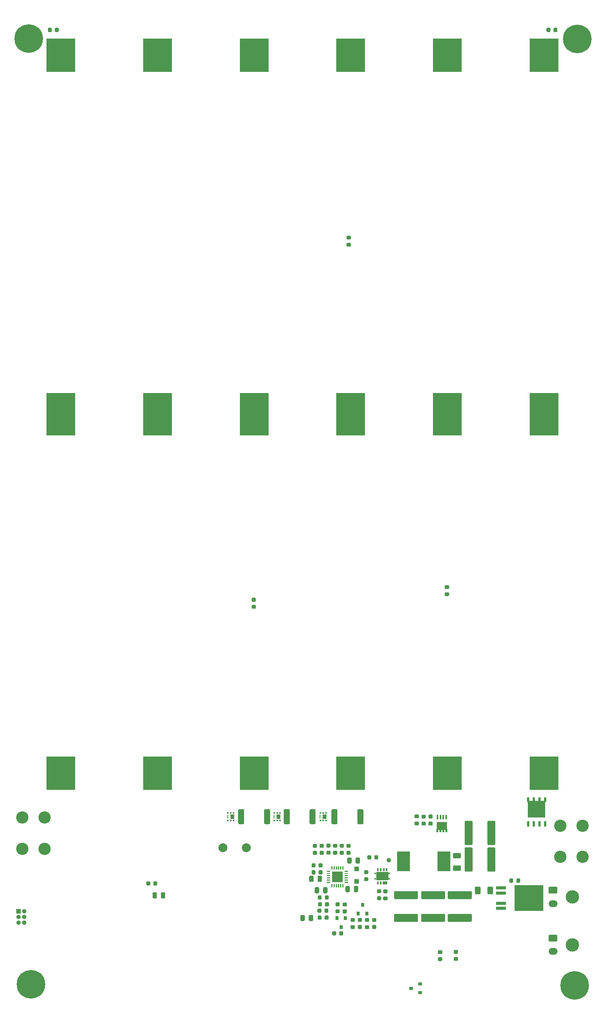
<source format=gbr>
G04 #@! TF.GenerationSoftware,KiCad,Pcbnew,(5.1.8)-1*
G04 #@! TF.CreationDate,2020-11-22T12:56:38-03:30*
G04 #@! TF.ProjectId,chum-bucket,6368756d-2d62-4756-936b-65742e6b6963,rev?*
G04 #@! TF.SameCoordinates,Original*
G04 #@! TF.FileFunction,Soldermask,Bot*
G04 #@! TF.FilePolarity,Negative*
%FSLAX46Y46*%
G04 Gerber Fmt 4.6, Leading zero omitted, Abs format (unit mm)*
G04 Created by KiCad (PCBNEW (5.1.8)-1) date 2020-11-22 12:56:38*
%MOMM*%
%LPD*%
G01*
G04 APERTURE LIST*
%ADD10R,6.470000X7.460000*%
%ADD11C,3.000000*%
%ADD12O,2.020000X1.500000*%
%ADD13R,1.100000X1.100000*%
%ADD14R,1.000000X1.000000*%
%ADD15O,1.000000X1.000000*%
%ADD16R,0.800000X0.900000*%
%ADD17R,0.405000X0.990000*%
%ADD18C,0.100000*%
%ADD19R,0.900000X0.800000*%
%ADD20R,0.230000X0.820000*%
%ADD21R,0.950000X1.000000*%
%ADD22R,0.300000X0.325000*%
%ADD23R,0.610000X1.270000*%
%ADD24R,0.610000X1.020000*%
%ADD25R,3.910000X3.810000*%
%ADD26C,1.000000*%
%ADD27C,2.000000*%
%ADD28R,2.200000X0.800000*%
%ADD29R,6.400000X5.800000*%
%ADD30R,2.450000X2.450000*%
%ADD31R,0.440000X0.650000*%
%ADD32R,2.800000X1.900000*%
%ADD33R,1.090000X0.650000*%
%ADD34R,0.350000X0.300000*%
%ADD35R,2.950000X4.500000*%
%ADD36C,2.750000*%
%ADD37C,0.800000*%
%ADD38C,6.400000*%
G04 APERTURE END LIST*
D10*
X176600000Y-38660000D03*
X176600000Y-118000000D03*
X154950000Y-38660000D03*
X154950000Y-118000000D03*
X133300000Y-38660000D03*
X133300000Y-118000000D03*
X111650000Y-38660000D03*
X111650000Y-118000000D03*
X90000000Y-38660000D03*
X90000000Y-118000000D03*
X90000000Y-199340000D03*
X90000000Y-120000000D03*
X111650000Y-199340000D03*
X111650000Y-120000000D03*
X133300000Y-199340000D03*
X133300000Y-120000000D03*
X154950000Y-199340000D03*
X154950000Y-120000000D03*
X176600000Y-199340000D03*
X176600000Y-120000000D03*
X198250000Y-38660000D03*
X198250000Y-118000000D03*
X198250000Y-199340000D03*
X198250000Y-120000000D03*
D11*
X204573600Y-227052000D03*
G36*
G01*
X199493600Y-224802000D02*
X201013600Y-224802000D01*
G75*
G02*
X201263600Y-225052000I0J-250000D01*
G01*
X201263600Y-226052000D01*
G75*
G02*
X201013600Y-226302000I-250000J0D01*
G01*
X199493600Y-226302000D01*
G75*
G02*
X199243600Y-226052000I0J250000D01*
G01*
X199243600Y-225052000D01*
G75*
G02*
X199493600Y-224802000I250000J0D01*
G01*
G37*
D12*
X200253600Y-228552000D03*
D11*
X204573600Y-237770800D03*
G36*
G01*
X199493600Y-235520800D02*
X201013600Y-235520800D01*
G75*
G02*
X201263600Y-235770800I0J-250000D01*
G01*
X201263600Y-236770800D01*
G75*
G02*
X201013600Y-237020800I-250000J0D01*
G01*
X199493600Y-237020800D01*
G75*
G02*
X199243600Y-236770800I0J250000D01*
G01*
X199243600Y-235770800D01*
G75*
G02*
X199493600Y-235520800I250000J0D01*
G01*
G37*
D12*
X200253600Y-239270800D03*
G36*
G01*
X87062500Y-33256250D02*
X87062500Y-32743750D01*
G75*
G02*
X87281250Y-32525000I218750J0D01*
G01*
X87718750Y-32525000D01*
G75*
G02*
X87937500Y-32743750I0J-218750D01*
G01*
X87937500Y-33256250D01*
G75*
G02*
X87718750Y-33475000I-218750J0D01*
G01*
X87281250Y-33475000D01*
G75*
G02*
X87062500Y-33256250I0J218750D01*
G01*
G37*
G36*
G01*
X88637500Y-33256250D02*
X88637500Y-32743750D01*
G75*
G02*
X88856250Y-32525000I218750J0D01*
G01*
X89293750Y-32525000D01*
G75*
G02*
X89512500Y-32743750I0J-218750D01*
G01*
X89512500Y-33256250D01*
G75*
G02*
X89293750Y-33475000I-218750J0D01*
G01*
X88856250Y-33475000D01*
G75*
G02*
X88637500Y-33256250I0J218750D01*
G01*
G37*
G36*
G01*
X199687500Y-32743750D02*
X199687500Y-33256250D01*
G75*
G02*
X199468750Y-33475000I-218750J0D01*
G01*
X199031250Y-33475000D01*
G75*
G02*
X198812500Y-33256250I0J218750D01*
G01*
X198812500Y-32743750D01*
G75*
G02*
X199031250Y-32525000I218750J0D01*
G01*
X199468750Y-32525000D01*
G75*
G02*
X199687500Y-32743750I0J-218750D01*
G01*
G37*
G36*
G01*
X201262500Y-32743750D02*
X201262500Y-33256250D01*
G75*
G02*
X201043750Y-33475000I-218750J0D01*
G01*
X200606250Y-33475000D01*
G75*
G02*
X200387500Y-33256250I0J218750D01*
G01*
X200387500Y-32743750D01*
G75*
G02*
X200606250Y-32525000I218750J0D01*
G01*
X201043750Y-32525000D01*
G75*
G02*
X201262500Y-32743750I0J-218750D01*
G01*
G37*
G36*
G01*
X147512500Y-223456250D02*
X147512500Y-222543750D01*
G75*
G02*
X147756250Y-222300000I243750J0D01*
G01*
X148243750Y-222300000D01*
G75*
G02*
X148487500Y-222543750I0J-243750D01*
G01*
X148487500Y-223456250D01*
G75*
G02*
X148243750Y-223700000I-243750J0D01*
G01*
X147756250Y-223700000D01*
G75*
G02*
X147512500Y-223456250I0J243750D01*
G01*
G37*
G36*
G01*
X145637500Y-223456250D02*
X145637500Y-222543750D01*
G75*
G02*
X145881250Y-222300000I243750J0D01*
G01*
X146368750Y-222300000D01*
G75*
G02*
X146612500Y-222543750I0J-243750D01*
G01*
X146612500Y-223456250D01*
G75*
G02*
X146368750Y-223700000I-243750J0D01*
G01*
X145881250Y-223700000D01*
G75*
G02*
X145637500Y-223456250I0J243750D01*
G01*
G37*
G36*
G01*
X154744000Y-224841750D02*
X154744000Y-225754250D01*
G75*
G02*
X154500250Y-225998000I-243750J0D01*
G01*
X154012750Y-225998000D01*
G75*
G02*
X153769000Y-225754250I0J243750D01*
G01*
X153769000Y-224841750D01*
G75*
G02*
X154012750Y-224598000I243750J0D01*
G01*
X154500250Y-224598000D01*
G75*
G02*
X154744000Y-224841750I0J-243750D01*
G01*
G37*
G36*
G01*
X156619000Y-224841750D02*
X156619000Y-225754250D01*
G75*
G02*
X156375250Y-225998000I-243750J0D01*
G01*
X155887750Y-225998000D01*
G75*
G02*
X155644000Y-225754250I0J243750D01*
G01*
X155644000Y-224841750D01*
G75*
G02*
X155887750Y-224598000I243750J0D01*
G01*
X156375250Y-224598000D01*
G75*
G02*
X156619000Y-224841750I0J-243750D01*
G01*
G37*
G36*
G01*
X161033750Y-225343000D02*
X161546250Y-225343000D01*
G75*
G02*
X161765000Y-225561750I0J-218750D01*
G01*
X161765000Y-225999250D01*
G75*
G02*
X161546250Y-226218000I-218750J0D01*
G01*
X161033750Y-226218000D01*
G75*
G02*
X160815000Y-225999250I0J218750D01*
G01*
X160815000Y-225561750D01*
G75*
G02*
X161033750Y-225343000I218750J0D01*
G01*
G37*
G36*
G01*
X161033750Y-226918000D02*
X161546250Y-226918000D01*
G75*
G02*
X161765000Y-227136750I0J-218750D01*
G01*
X161765000Y-227574250D01*
G75*
G02*
X161546250Y-227793000I-218750J0D01*
G01*
X161033750Y-227793000D01*
G75*
G02*
X160815000Y-227574250I0J218750D01*
G01*
X160815000Y-227136750D01*
G75*
G02*
X161033750Y-226918000I218750J0D01*
G01*
G37*
G36*
G01*
X162443750Y-225375000D02*
X162956250Y-225375000D01*
G75*
G02*
X163175000Y-225593750I0J-218750D01*
G01*
X163175000Y-226031250D01*
G75*
G02*
X162956250Y-226250000I-218750J0D01*
G01*
X162443750Y-226250000D01*
G75*
G02*
X162225000Y-226031250I0J218750D01*
G01*
X162225000Y-225593750D01*
G75*
G02*
X162443750Y-225375000I218750J0D01*
G01*
G37*
G36*
G01*
X162443750Y-226950000D02*
X162956250Y-226950000D01*
G75*
G02*
X163175000Y-227168750I0J-218750D01*
G01*
X163175000Y-227606250D01*
G75*
G02*
X162956250Y-227825000I-218750J0D01*
G01*
X162443750Y-227825000D01*
G75*
G02*
X162225000Y-227606250I0J218750D01*
G01*
X162225000Y-227168750D01*
G75*
G02*
X162443750Y-226950000I218750J0D01*
G01*
G37*
G36*
G01*
X170972000Y-230843500D02*
X175872000Y-230843500D01*
G75*
G02*
X176122000Y-231093500I0J-250000D01*
G01*
X176122000Y-232393500D01*
G75*
G02*
X175872000Y-232643500I-250000J0D01*
G01*
X170972000Y-232643500D01*
G75*
G02*
X170722000Y-232393500I0J250000D01*
G01*
X170722000Y-231093500D01*
G75*
G02*
X170972000Y-230843500I250000J0D01*
G01*
G37*
G36*
G01*
X170972000Y-225743500D02*
X175872000Y-225743500D01*
G75*
G02*
X176122000Y-225993500I0J-250000D01*
G01*
X176122000Y-227293500D01*
G75*
G02*
X175872000Y-227543500I-250000J0D01*
G01*
X170972000Y-227543500D01*
G75*
G02*
X170722000Y-227293500I0J250000D01*
G01*
X170722000Y-225993500D01*
G75*
G02*
X170972000Y-225743500I250000J0D01*
G01*
G37*
G36*
G01*
X149725000Y-225095750D02*
X149725000Y-226008250D01*
G75*
G02*
X149481250Y-226252000I-243750J0D01*
G01*
X148993750Y-226252000D01*
G75*
G02*
X148750000Y-226008250I0J243750D01*
G01*
X148750000Y-225095750D01*
G75*
G02*
X148993750Y-224852000I243750J0D01*
G01*
X149481250Y-224852000D01*
G75*
G02*
X149725000Y-225095750I0J-243750D01*
G01*
G37*
G36*
G01*
X147850000Y-225095750D02*
X147850000Y-226008250D01*
G75*
G02*
X147606250Y-226252000I-243750J0D01*
G01*
X147118750Y-226252000D01*
G75*
G02*
X146875000Y-226008250I0J243750D01*
G01*
X146875000Y-225095750D01*
G75*
G02*
X147118750Y-224852000I243750J0D01*
G01*
X147606250Y-224852000D01*
G75*
G02*
X147850000Y-225095750I0J-243750D01*
G01*
G37*
G36*
G01*
X154162500Y-219356250D02*
X154162500Y-218443750D01*
G75*
G02*
X154406250Y-218200000I243750J0D01*
G01*
X154893750Y-218200000D01*
G75*
G02*
X155137500Y-218443750I0J-243750D01*
G01*
X155137500Y-219356250D01*
G75*
G02*
X154893750Y-219600000I-243750J0D01*
G01*
X154406250Y-219600000D01*
G75*
G02*
X154162500Y-219356250I0J243750D01*
G01*
G37*
G36*
G01*
X156037500Y-219356250D02*
X156037500Y-218443750D01*
G75*
G02*
X156281250Y-218200000I243750J0D01*
G01*
X156768750Y-218200000D01*
G75*
G02*
X157012500Y-218443750I0J-243750D01*
G01*
X157012500Y-219356250D01*
G75*
G02*
X156768750Y-219600000I-243750J0D01*
G01*
X156281250Y-219600000D01*
G75*
G02*
X156037500Y-219356250I0J243750D01*
G01*
G37*
G36*
G01*
X176941000Y-225743500D02*
X181841000Y-225743500D01*
G75*
G02*
X182091000Y-225993500I0J-250000D01*
G01*
X182091000Y-227293500D01*
G75*
G02*
X181841000Y-227543500I-250000J0D01*
G01*
X176941000Y-227543500D01*
G75*
G02*
X176691000Y-227293500I0J250000D01*
G01*
X176691000Y-225993500D01*
G75*
G02*
X176941000Y-225743500I250000J0D01*
G01*
G37*
G36*
G01*
X176941000Y-230843500D02*
X181841000Y-230843500D01*
G75*
G02*
X182091000Y-231093500I0J-250000D01*
G01*
X182091000Y-232393500D01*
G75*
G02*
X181841000Y-232643500I-250000J0D01*
G01*
X176941000Y-232643500D01*
G75*
G02*
X176691000Y-232393500I0J250000D01*
G01*
X176691000Y-231093500D01*
G75*
G02*
X176941000Y-230843500I250000J0D01*
G01*
G37*
G36*
G01*
X158656250Y-223525000D02*
X158143750Y-223525000D01*
G75*
G02*
X157925000Y-223306250I0J218750D01*
G01*
X157925000Y-222868750D01*
G75*
G02*
X158143750Y-222650000I218750J0D01*
G01*
X158656250Y-222650000D01*
G75*
G02*
X158875000Y-222868750I0J-218750D01*
G01*
X158875000Y-223306250D01*
G75*
G02*
X158656250Y-223525000I-218750J0D01*
G01*
G37*
G36*
G01*
X158656250Y-221950000D02*
X158143750Y-221950000D01*
G75*
G02*
X157925000Y-221731250I0J218750D01*
G01*
X157925000Y-221293750D01*
G75*
G02*
X158143750Y-221075000I218750J0D01*
G01*
X158656250Y-221075000D01*
G75*
G02*
X158875000Y-221293750I0J-218750D01*
G01*
X158875000Y-221731250D01*
G75*
G02*
X158656250Y-221950000I-218750J0D01*
G01*
G37*
G36*
G01*
X164876000Y-225743500D02*
X169776000Y-225743500D01*
G75*
G02*
X170026000Y-225993500I0J-250000D01*
G01*
X170026000Y-227293500D01*
G75*
G02*
X169776000Y-227543500I-250000J0D01*
G01*
X164876000Y-227543500D01*
G75*
G02*
X164626000Y-227293500I0J250000D01*
G01*
X164626000Y-225993500D01*
G75*
G02*
X164876000Y-225743500I250000J0D01*
G01*
G37*
G36*
G01*
X164876000Y-230843500D02*
X169776000Y-230843500D01*
G75*
G02*
X170026000Y-231093500I0J-250000D01*
G01*
X170026000Y-232393500D01*
G75*
G02*
X169776000Y-232643500I-250000J0D01*
G01*
X164876000Y-232643500D01*
G75*
G02*
X164626000Y-232393500I0J250000D01*
G01*
X164626000Y-231093500D01*
G75*
G02*
X164876000Y-230843500I250000J0D01*
G01*
G37*
G36*
G01*
X147612500Y-228986250D02*
X147612500Y-228473750D01*
G75*
G02*
X147831250Y-228255000I218750J0D01*
G01*
X148268750Y-228255000D01*
G75*
G02*
X148487500Y-228473750I0J-218750D01*
G01*
X148487500Y-228986250D01*
G75*
G02*
X148268750Y-229205000I-218750J0D01*
G01*
X147831250Y-229205000D01*
G75*
G02*
X147612500Y-228986250I0J218750D01*
G01*
G37*
G36*
G01*
X149187500Y-228986250D02*
X149187500Y-228473750D01*
G75*
G02*
X149406250Y-228255000I218750J0D01*
G01*
X149843750Y-228255000D01*
G75*
G02*
X150062500Y-228473750I0J-218750D01*
G01*
X150062500Y-228986250D01*
G75*
G02*
X149843750Y-229205000I-218750J0D01*
G01*
X149406250Y-229205000D01*
G75*
G02*
X149187500Y-228986250I0J218750D01*
G01*
G37*
G36*
G01*
X146643750Y-216750000D02*
X147156250Y-216750000D01*
G75*
G02*
X147375000Y-216968750I0J-218750D01*
G01*
X147375000Y-217406250D01*
G75*
G02*
X147156250Y-217625000I-218750J0D01*
G01*
X146643750Y-217625000D01*
G75*
G02*
X146425000Y-217406250I0J218750D01*
G01*
X146425000Y-216968750D01*
G75*
G02*
X146643750Y-216750000I218750J0D01*
G01*
G37*
G36*
G01*
X146643750Y-215175000D02*
X147156250Y-215175000D01*
G75*
G02*
X147375000Y-215393750I0J-218750D01*
G01*
X147375000Y-215831250D01*
G75*
G02*
X147156250Y-216050000I-218750J0D01*
G01*
X146643750Y-216050000D01*
G75*
G02*
X146425000Y-215831250I0J218750D01*
G01*
X146425000Y-215393750D01*
G75*
G02*
X146643750Y-215175000I218750J0D01*
G01*
G37*
G36*
G01*
X148193750Y-215175000D02*
X148706250Y-215175000D01*
G75*
G02*
X148925000Y-215393750I0J-218750D01*
G01*
X148925000Y-215831250D01*
G75*
G02*
X148706250Y-216050000I-218750J0D01*
G01*
X148193750Y-216050000D01*
G75*
G02*
X147975000Y-215831250I0J218750D01*
G01*
X147975000Y-215393750D01*
G75*
G02*
X148193750Y-215175000I218750J0D01*
G01*
G37*
G36*
G01*
X148193750Y-216750000D02*
X148706250Y-216750000D01*
G75*
G02*
X148925000Y-216968750I0J-218750D01*
G01*
X148925000Y-217406250D01*
G75*
G02*
X148706250Y-217625000I-218750J0D01*
G01*
X148193750Y-217625000D01*
G75*
G02*
X147975000Y-217406250I0J218750D01*
G01*
X147975000Y-216968750D01*
G75*
G02*
X148193750Y-216750000I218750J0D01*
G01*
G37*
G36*
G01*
X185556000Y-215175000D02*
X185556000Y-210275000D01*
G75*
G02*
X185806000Y-210025000I250000J0D01*
G01*
X187106000Y-210025000D01*
G75*
G02*
X187356000Y-210275000I0J-250000D01*
G01*
X187356000Y-215175000D01*
G75*
G02*
X187106000Y-215425000I-250000J0D01*
G01*
X185806000Y-215425000D01*
G75*
G02*
X185556000Y-215175000I0J250000D01*
G01*
G37*
G36*
G01*
X180456000Y-215175000D02*
X180456000Y-210275000D01*
G75*
G02*
X180706000Y-210025000I250000J0D01*
G01*
X182006000Y-210025000D01*
G75*
G02*
X182256000Y-210275000I0J-250000D01*
G01*
X182256000Y-215175000D01*
G75*
G02*
X182006000Y-215425000I-250000J0D01*
G01*
X180706000Y-215425000D01*
G75*
G02*
X180456000Y-215175000I0J250000D01*
G01*
G37*
G36*
G01*
X180446000Y-221144000D02*
X180446000Y-216244000D01*
G75*
G02*
X180696000Y-215994000I250000J0D01*
G01*
X181996000Y-215994000D01*
G75*
G02*
X182246000Y-216244000I0J-250000D01*
G01*
X182246000Y-221144000D01*
G75*
G02*
X181996000Y-221394000I-250000J0D01*
G01*
X180696000Y-221394000D01*
G75*
G02*
X180446000Y-221144000I0J250000D01*
G01*
G37*
G36*
G01*
X185546000Y-221144000D02*
X185546000Y-216244000D01*
G75*
G02*
X185796000Y-215994000I250000J0D01*
G01*
X187096000Y-215994000D01*
G75*
G02*
X187346000Y-216244000I0J-250000D01*
G01*
X187346000Y-221144000D01*
G75*
G02*
X187096000Y-221394000I-250000J0D01*
G01*
X185796000Y-221394000D01*
G75*
G02*
X185546000Y-221144000I0J250000D01*
G01*
G37*
G36*
G01*
X156743750Y-231762500D02*
X157256250Y-231762500D01*
G75*
G02*
X157475000Y-231981250I0J-218750D01*
G01*
X157475000Y-232418750D01*
G75*
G02*
X157256250Y-232637500I-218750J0D01*
G01*
X156743750Y-232637500D01*
G75*
G02*
X156525000Y-232418750I0J218750D01*
G01*
X156525000Y-231981250D01*
G75*
G02*
X156743750Y-231762500I218750J0D01*
G01*
G37*
G36*
G01*
X156743750Y-233337500D02*
X157256250Y-233337500D01*
G75*
G02*
X157475000Y-233556250I0J-218750D01*
G01*
X157475000Y-233993750D01*
G75*
G02*
X157256250Y-234212500I-218750J0D01*
G01*
X156743750Y-234212500D01*
G75*
G02*
X156525000Y-233993750I0J218750D01*
G01*
X156525000Y-233556250D01*
G75*
G02*
X156743750Y-233337500I218750J0D01*
G01*
G37*
G36*
G01*
X153244000Y-234947750D02*
X153244000Y-235460250D01*
G75*
G02*
X153025250Y-235679000I-218750J0D01*
G01*
X152587750Y-235679000D01*
G75*
G02*
X152369000Y-235460250I0J218750D01*
G01*
X152369000Y-234947750D01*
G75*
G02*
X152587750Y-234729000I218750J0D01*
G01*
X153025250Y-234729000D01*
G75*
G02*
X153244000Y-234947750I0J-218750D01*
G01*
G37*
G36*
G01*
X151669000Y-234947750D02*
X151669000Y-235460250D01*
G75*
G02*
X151450250Y-235679000I-218750J0D01*
G01*
X151012750Y-235679000D01*
G75*
G02*
X150794000Y-235460250I0J218750D01*
G01*
X150794000Y-234947750D01*
G75*
G02*
X151012750Y-234729000I218750J0D01*
G01*
X151450250Y-234729000D01*
G75*
G02*
X151669000Y-234947750I0J-218750D01*
G01*
G37*
G36*
G01*
X158675000Y-218442250D02*
X158675000Y-217929750D01*
G75*
G02*
X158893750Y-217711000I218750J0D01*
G01*
X159331250Y-217711000D01*
G75*
G02*
X159550000Y-217929750I0J-218750D01*
G01*
X159550000Y-218442250D01*
G75*
G02*
X159331250Y-218661000I-218750J0D01*
G01*
X158893750Y-218661000D01*
G75*
G02*
X158675000Y-218442250I0J218750D01*
G01*
G37*
G36*
G01*
X160250000Y-218442250D02*
X160250000Y-217929750D01*
G75*
G02*
X160468750Y-217711000I218750J0D01*
G01*
X160906250Y-217711000D01*
G75*
G02*
X161125000Y-217929750I0J-218750D01*
G01*
X161125000Y-218442250D01*
G75*
G02*
X160906250Y-218661000I-218750J0D01*
G01*
X160468750Y-218661000D01*
G75*
G02*
X160250000Y-218442250I0J218750D01*
G01*
G37*
G36*
G01*
X112385500Y-227151250D02*
X112385500Y-226238750D01*
G75*
G02*
X112629250Y-225995000I243750J0D01*
G01*
X113116750Y-225995000D01*
G75*
G02*
X113360500Y-226238750I0J-243750D01*
G01*
X113360500Y-227151250D01*
G75*
G02*
X113116750Y-227395000I-243750J0D01*
G01*
X112629250Y-227395000D01*
G75*
G02*
X112385500Y-227151250I0J243750D01*
G01*
G37*
G36*
G01*
X110510500Y-227151250D02*
X110510500Y-226238750D01*
G75*
G02*
X110754250Y-225995000I243750J0D01*
G01*
X111241750Y-225995000D01*
G75*
G02*
X111485500Y-226238750I0J-243750D01*
G01*
X111485500Y-227151250D01*
G75*
G02*
X111241750Y-227395000I-243750J0D01*
G01*
X110754250Y-227395000D01*
G75*
G02*
X110510500Y-227151250I0J243750D01*
G01*
G37*
G36*
G01*
X145532500Y-232231250D02*
X145532500Y-231318750D01*
G75*
G02*
X145776250Y-231075000I243750J0D01*
G01*
X146263750Y-231075000D01*
G75*
G02*
X146507500Y-231318750I0J-243750D01*
G01*
X146507500Y-232231250D01*
G75*
G02*
X146263750Y-232475000I-243750J0D01*
G01*
X145776250Y-232475000D01*
G75*
G02*
X145532500Y-232231250I0J243750D01*
G01*
G37*
G36*
G01*
X143657500Y-232231250D02*
X143657500Y-231318750D01*
G75*
G02*
X143901250Y-231075000I243750J0D01*
G01*
X144388750Y-231075000D01*
G75*
G02*
X144632500Y-231318750I0J-243750D01*
G01*
X144632500Y-232231250D01*
G75*
G02*
X144388750Y-232475000I-243750J0D01*
G01*
X143901250Y-232475000D01*
G75*
G02*
X143657500Y-232231250I0J243750D01*
G01*
G37*
D13*
X156250000Y-223600000D03*
X156250000Y-220800000D03*
D14*
X80500000Y-230250000D03*
D15*
X81770000Y-230250000D03*
X80500000Y-231520000D03*
X81770000Y-231520000D03*
X80500000Y-232790000D03*
X81770000Y-232790000D03*
D16*
X157600000Y-228800000D03*
X156650000Y-230800000D03*
X158550000Y-230800000D03*
X151850000Y-231800000D03*
X153750000Y-231800000D03*
X152800000Y-233800000D03*
D17*
X175030000Y-209177000D03*
X174370000Y-209177000D03*
D18*
G36*
X176147500Y-212542000D02*
G01*
X176147500Y-212032000D01*
X175892500Y-212032000D01*
X175892500Y-212542000D01*
X175487500Y-212542000D01*
X175487500Y-212032000D01*
X175232500Y-212032000D01*
X175232500Y-212542000D01*
X174827500Y-212542000D01*
X174827500Y-212032000D01*
X174572500Y-212032000D01*
X174572500Y-212542000D01*
X174165000Y-212542000D01*
X174165000Y-211782000D01*
X174242500Y-211782000D01*
X174242500Y-210307000D01*
X176477500Y-210307000D01*
X176477500Y-211782000D01*
X176555000Y-211782000D01*
X176555000Y-212542000D01*
X176147500Y-212542000D01*
G37*
D17*
X175690000Y-209177000D03*
X176350000Y-209177000D03*
D19*
X170500000Y-246550000D03*
X170500000Y-248450000D03*
X168500000Y-247500000D03*
D20*
X148065000Y-209100000D03*
D21*
X149075000Y-209100000D03*
D22*
X148100000Y-208237500D03*
X149400000Y-208237500D03*
X148750000Y-208237500D03*
X148100000Y-209962500D03*
X149400000Y-209962500D03*
X148750000Y-209962500D03*
X138450000Y-209962500D03*
X139100000Y-209962500D03*
X137800000Y-209962500D03*
X138450000Y-208237500D03*
X139100000Y-208237500D03*
X137800000Y-208237500D03*
D21*
X138775000Y-209100000D03*
D20*
X137765000Y-209100000D03*
D22*
X128050000Y-209962500D03*
X128700000Y-209962500D03*
X127400000Y-209962500D03*
X128050000Y-208237500D03*
X128700000Y-208237500D03*
X127400000Y-208237500D03*
D21*
X128375000Y-209100000D03*
D20*
X127365000Y-209100000D03*
D23*
X194691000Y-210742000D03*
D24*
X197231000Y-205277000D03*
D23*
X195961000Y-210742000D03*
X198501000Y-210742000D03*
D24*
X194691000Y-205277000D03*
D25*
X196596000Y-207382000D03*
D24*
X198501000Y-205277000D03*
X195961000Y-205277000D03*
D23*
X197231000Y-210742000D03*
G36*
G01*
X146175000Y-221806250D02*
X146175000Y-221293750D01*
G75*
G02*
X146393750Y-221075000I218750J0D01*
G01*
X146831250Y-221075000D01*
G75*
G02*
X147050000Y-221293750I0J-218750D01*
G01*
X147050000Y-221806250D01*
G75*
G02*
X146831250Y-222025000I-218750J0D01*
G01*
X146393750Y-222025000D01*
G75*
G02*
X146175000Y-221806250I0J218750D01*
G01*
G37*
G36*
G01*
X147750000Y-221806250D02*
X147750000Y-221293750D01*
G75*
G02*
X147968750Y-221075000I218750J0D01*
G01*
X148406250Y-221075000D01*
G75*
G02*
X148625000Y-221293750I0J-218750D01*
G01*
X148625000Y-221806250D01*
G75*
G02*
X148406250Y-222025000I-218750J0D01*
G01*
X147968750Y-222025000D01*
G75*
G02*
X147750000Y-221806250I0J218750D01*
G01*
G37*
G36*
G01*
X147050000Y-219743750D02*
X147050000Y-220256250D01*
G75*
G02*
X146831250Y-220475000I-218750J0D01*
G01*
X146393750Y-220475000D01*
G75*
G02*
X146175000Y-220256250I0J218750D01*
G01*
X146175000Y-219743750D01*
G75*
G02*
X146393750Y-219525000I218750J0D01*
G01*
X146831250Y-219525000D01*
G75*
G02*
X147050000Y-219743750I0J-218750D01*
G01*
G37*
G36*
G01*
X148625000Y-219743750D02*
X148625000Y-220256250D01*
G75*
G02*
X148406250Y-220475000I-218750J0D01*
G01*
X147968750Y-220475000D01*
G75*
G02*
X147750000Y-220256250I0J218750D01*
G01*
X147750000Y-219743750D01*
G75*
G02*
X147968750Y-219525000I218750J0D01*
G01*
X148406250Y-219525000D01*
G75*
G02*
X148625000Y-219743750I0J-218750D01*
G01*
G37*
G36*
G01*
X149693750Y-216700000D02*
X150206250Y-216700000D01*
G75*
G02*
X150425000Y-216918750I0J-218750D01*
G01*
X150425000Y-217356250D01*
G75*
G02*
X150206250Y-217575000I-218750J0D01*
G01*
X149693750Y-217575000D01*
G75*
G02*
X149475000Y-217356250I0J218750D01*
G01*
X149475000Y-216918750D01*
G75*
G02*
X149693750Y-216700000I218750J0D01*
G01*
G37*
G36*
G01*
X149693750Y-215125000D02*
X150206250Y-215125000D01*
G75*
G02*
X150425000Y-215343750I0J-218750D01*
G01*
X150425000Y-215781250D01*
G75*
G02*
X150206250Y-216000000I-218750J0D01*
G01*
X149693750Y-216000000D01*
G75*
G02*
X149475000Y-215781250I0J218750D01*
G01*
X149475000Y-215343750D01*
G75*
G02*
X149693750Y-215125000I218750J0D01*
G01*
G37*
G36*
G01*
X151706250Y-217612500D02*
X151193750Y-217612500D01*
G75*
G02*
X150975000Y-217393750I0J218750D01*
G01*
X150975000Y-216956250D01*
G75*
G02*
X151193750Y-216737500I218750J0D01*
G01*
X151706250Y-216737500D01*
G75*
G02*
X151925000Y-216956250I0J-218750D01*
G01*
X151925000Y-217393750D01*
G75*
G02*
X151706250Y-217612500I-218750J0D01*
G01*
G37*
G36*
G01*
X151706250Y-216037500D02*
X151193750Y-216037500D01*
G75*
G02*
X150975000Y-215818750I0J218750D01*
G01*
X150975000Y-215381250D01*
G75*
G02*
X151193750Y-215162500I218750J0D01*
G01*
X151706250Y-215162500D01*
G75*
G02*
X151925000Y-215381250I0J-218750D01*
G01*
X151925000Y-215818750D01*
G75*
G02*
X151706250Y-216037500I-218750J0D01*
G01*
G37*
G36*
G01*
X154193750Y-215162500D02*
X154706250Y-215162500D01*
G75*
G02*
X154925000Y-215381250I0J-218750D01*
G01*
X154925000Y-215818750D01*
G75*
G02*
X154706250Y-216037500I-218750J0D01*
G01*
X154193750Y-216037500D01*
G75*
G02*
X153975000Y-215818750I0J218750D01*
G01*
X153975000Y-215381250D01*
G75*
G02*
X154193750Y-215162500I218750J0D01*
G01*
G37*
G36*
G01*
X154193750Y-216737500D02*
X154706250Y-216737500D01*
G75*
G02*
X154925000Y-216956250I0J-218750D01*
G01*
X154925000Y-217393750D01*
G75*
G02*
X154706250Y-217612500I-218750J0D01*
G01*
X154193750Y-217612500D01*
G75*
G02*
X153975000Y-217393750I0J218750D01*
G01*
X153975000Y-216956250D01*
G75*
G02*
X154193750Y-216737500I218750J0D01*
G01*
G37*
G36*
G01*
X153206250Y-216037500D02*
X152693750Y-216037500D01*
G75*
G02*
X152475000Y-215818750I0J218750D01*
G01*
X152475000Y-215381250D01*
G75*
G02*
X152693750Y-215162500I218750J0D01*
G01*
X153206250Y-215162500D01*
G75*
G02*
X153425000Y-215381250I0J-218750D01*
G01*
X153425000Y-215818750D01*
G75*
G02*
X153206250Y-216037500I-218750J0D01*
G01*
G37*
G36*
G01*
X153206250Y-217612500D02*
X152693750Y-217612500D01*
G75*
G02*
X152475000Y-217393750I0J218750D01*
G01*
X152475000Y-216956250D01*
G75*
G02*
X152693750Y-216737500I218750J0D01*
G01*
X153206250Y-216737500D01*
G75*
G02*
X153425000Y-216956250I0J-218750D01*
G01*
X153425000Y-217393750D01*
G75*
G02*
X153206250Y-217612500I-218750J0D01*
G01*
G37*
G36*
G01*
X192050000Y-223656250D02*
X192050000Y-223143750D01*
G75*
G02*
X192268750Y-222925000I218750J0D01*
G01*
X192706250Y-222925000D01*
G75*
G02*
X192925000Y-223143750I0J-218750D01*
G01*
X192925000Y-223656250D01*
G75*
G02*
X192706250Y-223875000I-218750J0D01*
G01*
X192268750Y-223875000D01*
G75*
G02*
X192050000Y-223656250I0J218750D01*
G01*
G37*
G36*
G01*
X190475000Y-223656250D02*
X190475000Y-223143750D01*
G75*
G02*
X190693750Y-222925000I218750J0D01*
G01*
X191131250Y-222925000D01*
G75*
G02*
X191350000Y-223143750I0J-218750D01*
G01*
X191350000Y-223656250D01*
G75*
G02*
X191131250Y-223875000I-218750J0D01*
G01*
X190693750Y-223875000D01*
G75*
G02*
X190475000Y-223656250I0J218750D01*
G01*
G37*
G36*
G01*
X174715750Y-240542000D02*
X175228250Y-240542000D01*
G75*
G02*
X175447000Y-240760750I0J-218750D01*
G01*
X175447000Y-241198250D01*
G75*
G02*
X175228250Y-241417000I-218750J0D01*
G01*
X174715750Y-241417000D01*
G75*
G02*
X174497000Y-241198250I0J218750D01*
G01*
X174497000Y-240760750D01*
G75*
G02*
X174715750Y-240542000I218750J0D01*
G01*
G37*
G36*
G01*
X174715750Y-238967000D02*
X175228250Y-238967000D01*
G75*
G02*
X175447000Y-239185750I0J-218750D01*
G01*
X175447000Y-239623250D01*
G75*
G02*
X175228250Y-239842000I-218750J0D01*
G01*
X174715750Y-239842000D01*
G75*
G02*
X174497000Y-239623250I0J218750D01*
G01*
X174497000Y-239185750D01*
G75*
G02*
X174715750Y-238967000I218750J0D01*
G01*
G37*
G36*
G01*
X178265750Y-238917000D02*
X178778250Y-238917000D01*
G75*
G02*
X178997000Y-239135750I0J-218750D01*
G01*
X178997000Y-239573250D01*
G75*
G02*
X178778250Y-239792000I-218750J0D01*
G01*
X178265750Y-239792000D01*
G75*
G02*
X178047000Y-239573250I0J218750D01*
G01*
X178047000Y-239135750D01*
G75*
G02*
X178265750Y-238917000I218750J0D01*
G01*
G37*
G36*
G01*
X178265750Y-240492000D02*
X178778250Y-240492000D01*
G75*
G02*
X178997000Y-240710750I0J-218750D01*
G01*
X178997000Y-241148250D01*
G75*
G02*
X178778250Y-241367000I-218750J0D01*
G01*
X178265750Y-241367000D01*
G75*
G02*
X178047000Y-241148250I0J218750D01*
G01*
X178047000Y-240710750D01*
G75*
G02*
X178265750Y-240492000I218750J0D01*
G01*
G37*
G36*
G01*
X182775000Y-226225000D02*
X182775000Y-224975000D01*
G75*
G02*
X183025000Y-224725000I250000J0D01*
G01*
X183775000Y-224725000D01*
G75*
G02*
X184025000Y-224975000I0J-250000D01*
G01*
X184025000Y-226225000D01*
G75*
G02*
X183775000Y-226475000I-250000J0D01*
G01*
X183025000Y-226475000D01*
G75*
G02*
X182775000Y-226225000I0J250000D01*
G01*
G37*
G36*
G01*
X185575000Y-226225000D02*
X185575000Y-224975000D01*
G75*
G02*
X185825000Y-224725000I250000J0D01*
G01*
X186575000Y-224725000D01*
G75*
G02*
X186825000Y-224975000I0J-250000D01*
G01*
X186825000Y-226225000D01*
G75*
G02*
X186575000Y-226475000I-250000J0D01*
G01*
X185825000Y-226475000D01*
G75*
G02*
X185575000Y-226225000I0J250000D01*
G01*
G37*
G36*
G01*
X149062500Y-230386250D02*
X149062500Y-229873750D01*
G75*
G02*
X149281250Y-229655000I218750J0D01*
G01*
X149718750Y-229655000D01*
G75*
G02*
X149937500Y-229873750I0J-218750D01*
G01*
X149937500Y-230386250D01*
G75*
G02*
X149718750Y-230605000I-218750J0D01*
G01*
X149281250Y-230605000D01*
G75*
G02*
X149062500Y-230386250I0J218750D01*
G01*
G37*
G36*
G01*
X147487500Y-230386250D02*
X147487500Y-229873750D01*
G75*
G02*
X147706250Y-229655000I218750J0D01*
G01*
X148143750Y-229655000D01*
G75*
G02*
X148362500Y-229873750I0J-218750D01*
G01*
X148362500Y-230386250D01*
G75*
G02*
X148143750Y-230605000I-218750J0D01*
G01*
X147706250Y-230605000D01*
G75*
G02*
X147487500Y-230386250I0J218750D01*
G01*
G37*
G36*
G01*
X148387500Y-231423750D02*
X148387500Y-231936250D01*
G75*
G02*
X148168750Y-232155000I-218750J0D01*
G01*
X147731250Y-232155000D01*
G75*
G02*
X147512500Y-231936250I0J218750D01*
G01*
X147512500Y-231423750D01*
G75*
G02*
X147731250Y-231205000I218750J0D01*
G01*
X148168750Y-231205000D01*
G75*
G02*
X148387500Y-231423750I0J-218750D01*
G01*
G37*
G36*
G01*
X149962500Y-231423750D02*
X149962500Y-231936250D01*
G75*
G02*
X149743750Y-232155000I-218750J0D01*
G01*
X149306250Y-232155000D01*
G75*
G02*
X149087500Y-231936250I0J218750D01*
G01*
X149087500Y-231423750D01*
G75*
G02*
X149306250Y-231205000I218750J0D01*
G01*
X149743750Y-231205000D01*
G75*
G02*
X149962500Y-231423750I0J-218750D01*
G01*
G37*
G36*
G01*
X149137500Y-227436250D02*
X149137500Y-226923750D01*
G75*
G02*
X149356250Y-226705000I218750J0D01*
G01*
X149793750Y-226705000D01*
G75*
G02*
X150012500Y-226923750I0J-218750D01*
G01*
X150012500Y-227436250D01*
G75*
G02*
X149793750Y-227655000I-218750J0D01*
G01*
X149356250Y-227655000D01*
G75*
G02*
X149137500Y-227436250I0J218750D01*
G01*
G37*
G36*
G01*
X147562500Y-227436250D02*
X147562500Y-226923750D01*
G75*
G02*
X147781250Y-226705000I218750J0D01*
G01*
X148218750Y-226705000D01*
G75*
G02*
X148437500Y-226923750I0J-218750D01*
G01*
X148437500Y-227436250D01*
G75*
G02*
X148218750Y-227655000I-218750J0D01*
G01*
X147781250Y-227655000D01*
G75*
G02*
X147562500Y-227436250I0J218750D01*
G01*
G37*
G36*
G01*
X178115000Y-219995000D02*
X179365000Y-219995000D01*
G75*
G02*
X179615000Y-220245000I0J-250000D01*
G01*
X179615000Y-220995000D01*
G75*
G02*
X179365000Y-221245000I-250000J0D01*
G01*
X178115000Y-221245000D01*
G75*
G02*
X177865000Y-220995000I0J250000D01*
G01*
X177865000Y-220245000D01*
G75*
G02*
X178115000Y-219995000I250000J0D01*
G01*
G37*
G36*
G01*
X178115000Y-217195000D02*
X179365000Y-217195000D01*
G75*
G02*
X179615000Y-217445000I0J-250000D01*
G01*
X179615000Y-218195000D01*
G75*
G02*
X179365000Y-218445000I-250000J0D01*
G01*
X178115000Y-218445000D01*
G75*
G02*
X177865000Y-218195000I0J250000D01*
G01*
X177865000Y-217445000D01*
G75*
G02*
X178115000Y-217195000I250000J0D01*
G01*
G37*
G36*
G01*
X158856250Y-234237500D02*
X158343750Y-234237500D01*
G75*
G02*
X158125000Y-234018750I0J218750D01*
G01*
X158125000Y-233581250D01*
G75*
G02*
X158343750Y-233362500I218750J0D01*
G01*
X158856250Y-233362500D01*
G75*
G02*
X159075000Y-233581250I0J-218750D01*
G01*
X159075000Y-234018750D01*
G75*
G02*
X158856250Y-234237500I-218750J0D01*
G01*
G37*
G36*
G01*
X158856250Y-232662500D02*
X158343750Y-232662500D01*
G75*
G02*
X158125000Y-232443750I0J218750D01*
G01*
X158125000Y-232006250D01*
G75*
G02*
X158343750Y-231787500I218750J0D01*
G01*
X158856250Y-231787500D01*
G75*
G02*
X159075000Y-232006250I0J-218750D01*
G01*
X159075000Y-232443750D01*
G75*
G02*
X158856250Y-232662500I-218750J0D01*
G01*
G37*
G36*
G01*
X155656250Y-234237500D02*
X155143750Y-234237500D01*
G75*
G02*
X154925000Y-234018750I0J218750D01*
G01*
X154925000Y-233581250D01*
G75*
G02*
X155143750Y-233362500I218750J0D01*
G01*
X155656250Y-233362500D01*
G75*
G02*
X155875000Y-233581250I0J-218750D01*
G01*
X155875000Y-234018750D01*
G75*
G02*
X155656250Y-234237500I-218750J0D01*
G01*
G37*
G36*
G01*
X155656250Y-232662500D02*
X155143750Y-232662500D01*
G75*
G02*
X154925000Y-232443750I0J218750D01*
G01*
X154925000Y-232006250D01*
G75*
G02*
X155143750Y-231787500I218750J0D01*
G01*
X155656250Y-231787500D01*
G75*
G02*
X155875000Y-232006250I0J-218750D01*
G01*
X155875000Y-232443750D01*
G75*
G02*
X155656250Y-232662500I-218750J0D01*
G01*
G37*
G36*
G01*
X153856250Y-229162500D02*
X153343750Y-229162500D01*
G75*
G02*
X153125000Y-228943750I0J218750D01*
G01*
X153125000Y-228506250D01*
G75*
G02*
X153343750Y-228287500I218750J0D01*
G01*
X153856250Y-228287500D01*
G75*
G02*
X154075000Y-228506250I0J-218750D01*
G01*
X154075000Y-228943750D01*
G75*
G02*
X153856250Y-229162500I-218750J0D01*
G01*
G37*
G36*
G01*
X153856250Y-230737500D02*
X153343750Y-230737500D01*
G75*
G02*
X153125000Y-230518750I0J218750D01*
G01*
X153125000Y-230081250D01*
G75*
G02*
X153343750Y-229862500I218750J0D01*
G01*
X153856250Y-229862500D01*
G75*
G02*
X154075000Y-230081250I0J-218750D01*
G01*
X154075000Y-230518750D01*
G75*
G02*
X153856250Y-230737500I-218750J0D01*
G01*
G37*
G36*
G01*
X150625000Y-210525001D02*
X150625000Y-207674999D01*
G75*
G02*
X150874999Y-207425000I249999J0D01*
G01*
X151725001Y-207425000D01*
G75*
G02*
X151975000Y-207674999I0J-249999D01*
G01*
X151975000Y-210525001D01*
G75*
G02*
X151725001Y-210775000I-249999J0D01*
G01*
X150874999Y-210775000D01*
G75*
G02*
X150625000Y-210525001I0J249999D01*
G01*
G37*
G36*
G01*
X156425000Y-210525001D02*
X156425000Y-207674999D01*
G75*
G02*
X156674999Y-207425000I249999J0D01*
G01*
X157525001Y-207425000D01*
G75*
G02*
X157775000Y-207674999I0J-249999D01*
G01*
X157775000Y-210525001D01*
G75*
G02*
X157525001Y-210775000I-249999J0D01*
G01*
X156674999Y-210775000D01*
G75*
G02*
X156425000Y-210525001I0J249999D01*
G01*
G37*
G36*
G01*
X145725000Y-210525001D02*
X145725000Y-207674999D01*
G75*
G02*
X145974999Y-207425000I249999J0D01*
G01*
X146825001Y-207425000D01*
G75*
G02*
X147075000Y-207674999I0J-249999D01*
G01*
X147075000Y-210525001D01*
G75*
G02*
X146825001Y-210775000I-249999J0D01*
G01*
X145974999Y-210775000D01*
G75*
G02*
X145725000Y-210525001I0J249999D01*
G01*
G37*
G36*
G01*
X139925000Y-210525001D02*
X139925000Y-207674999D01*
G75*
G02*
X140174999Y-207425000I249999J0D01*
G01*
X141025001Y-207425000D01*
G75*
G02*
X141275000Y-207674999I0J-249999D01*
G01*
X141275000Y-210525001D01*
G75*
G02*
X141025001Y-210775000I-249999J0D01*
G01*
X140174999Y-210775000D01*
G75*
G02*
X139925000Y-210525001I0J249999D01*
G01*
G37*
G36*
G01*
X129725000Y-210525001D02*
X129725000Y-207674999D01*
G75*
G02*
X129974999Y-207425000I249999J0D01*
G01*
X130825001Y-207425000D01*
G75*
G02*
X131075000Y-207674999I0J-249999D01*
G01*
X131075000Y-210525001D01*
G75*
G02*
X130825001Y-210775000I-249999J0D01*
G01*
X129974999Y-210775000D01*
G75*
G02*
X129725000Y-210525001I0J249999D01*
G01*
G37*
G36*
G01*
X135525000Y-210525001D02*
X135525000Y-207674999D01*
G75*
G02*
X135774999Y-207425000I249999J0D01*
G01*
X136625001Y-207425000D01*
G75*
G02*
X136875000Y-207674999I0J-249999D01*
G01*
X136875000Y-210525001D01*
G75*
G02*
X136625001Y-210775000I-249999J0D01*
G01*
X135774999Y-210775000D01*
G75*
G02*
X135525000Y-210525001I0J249999D01*
G01*
G37*
G36*
G01*
X160456250Y-234225000D02*
X159943750Y-234225000D01*
G75*
G02*
X159725000Y-234006250I0J218750D01*
G01*
X159725000Y-233568750D01*
G75*
G02*
X159943750Y-233350000I218750J0D01*
G01*
X160456250Y-233350000D01*
G75*
G02*
X160675000Y-233568750I0J-218750D01*
G01*
X160675000Y-234006250D01*
G75*
G02*
X160456250Y-234225000I-218750J0D01*
G01*
G37*
G36*
G01*
X160456250Y-232650000D02*
X159943750Y-232650000D01*
G75*
G02*
X159725000Y-232431250I0J218750D01*
G01*
X159725000Y-231993750D01*
G75*
G02*
X159943750Y-231775000I218750J0D01*
G01*
X160456250Y-231775000D01*
G75*
G02*
X160675000Y-231993750I0J-218750D01*
G01*
X160675000Y-232431250D01*
G75*
G02*
X160456250Y-232650000I-218750J0D01*
G01*
G37*
G36*
G01*
X154243750Y-80637500D02*
X154756250Y-80637500D01*
G75*
G02*
X154975000Y-80856250I0J-218750D01*
G01*
X154975000Y-81293750D01*
G75*
G02*
X154756250Y-81512500I-218750J0D01*
G01*
X154243750Y-81512500D01*
G75*
G02*
X154025000Y-81293750I0J218750D01*
G01*
X154025000Y-80856250D01*
G75*
G02*
X154243750Y-80637500I218750J0D01*
G01*
G37*
G36*
G01*
X154243750Y-79062500D02*
X154756250Y-79062500D01*
G75*
G02*
X154975000Y-79281250I0J-218750D01*
G01*
X154975000Y-79718750D01*
G75*
G02*
X154756250Y-79937500I-218750J0D01*
G01*
X154243750Y-79937500D01*
G75*
G02*
X154025000Y-79718750I0J218750D01*
G01*
X154025000Y-79281250D01*
G75*
G02*
X154243750Y-79062500I218750J0D01*
G01*
G37*
G36*
G01*
X133479250Y-160978000D02*
X132966750Y-160978000D01*
G75*
G02*
X132748000Y-160759250I0J218750D01*
G01*
X132748000Y-160321750D01*
G75*
G02*
X132966750Y-160103000I218750J0D01*
G01*
X133479250Y-160103000D01*
G75*
G02*
X133698000Y-160321750I0J-218750D01*
G01*
X133698000Y-160759250D01*
G75*
G02*
X133479250Y-160978000I-218750J0D01*
G01*
G37*
G36*
G01*
X133479250Y-162553000D02*
X132966750Y-162553000D01*
G75*
G02*
X132748000Y-162334250I0J218750D01*
G01*
X132748000Y-161896750D01*
G75*
G02*
X132966750Y-161678000I218750J0D01*
G01*
X133479250Y-161678000D01*
G75*
G02*
X133698000Y-161896750I0J-218750D01*
G01*
X133698000Y-162334250D01*
G75*
G02*
X133479250Y-162553000I-218750J0D01*
G01*
G37*
G36*
G01*
X176243750Y-158850000D02*
X176756250Y-158850000D01*
G75*
G02*
X176975000Y-159068750I0J-218750D01*
G01*
X176975000Y-159506250D01*
G75*
G02*
X176756250Y-159725000I-218750J0D01*
G01*
X176243750Y-159725000D01*
G75*
G02*
X176025000Y-159506250I0J218750D01*
G01*
X176025000Y-159068750D01*
G75*
G02*
X176243750Y-158850000I218750J0D01*
G01*
G37*
G36*
G01*
X176243750Y-157275000D02*
X176756250Y-157275000D01*
G75*
G02*
X176975000Y-157493750I0J-218750D01*
G01*
X176975000Y-157931250D01*
G75*
G02*
X176756250Y-158150000I-218750J0D01*
G01*
X176243750Y-158150000D01*
G75*
G02*
X176025000Y-157931250I0J218750D01*
G01*
X176025000Y-157493750D01*
G75*
G02*
X176243750Y-157275000I218750J0D01*
G01*
G37*
D26*
X163500000Y-218800000D03*
D27*
X131572000Y-216027000D03*
X126301500Y-216027000D03*
D28*
X188586000Y-229610000D03*
X188586000Y-228470000D03*
X188586000Y-226190000D03*
X188586000Y-225050000D03*
D29*
X194886000Y-227330000D03*
G36*
G01*
X153262500Y-224925000D02*
X153137500Y-224925000D01*
G75*
G02*
X153075000Y-224862500I0J62500D01*
G01*
X153075000Y-224212500D01*
G75*
G02*
X153137500Y-224150000I62500J0D01*
G01*
X153262500Y-224150000D01*
G75*
G02*
X153325000Y-224212500I0J-62500D01*
G01*
X153325000Y-224862500D01*
G75*
G02*
X153262500Y-224925000I-62500J0D01*
G01*
G37*
G36*
G01*
X152762500Y-224925000D02*
X152637500Y-224925000D01*
G75*
G02*
X152575000Y-224862500I0J62500D01*
G01*
X152575000Y-224212500D01*
G75*
G02*
X152637500Y-224150000I62500J0D01*
G01*
X152762500Y-224150000D01*
G75*
G02*
X152825000Y-224212500I0J-62500D01*
G01*
X152825000Y-224862500D01*
G75*
G02*
X152762500Y-224925000I-62500J0D01*
G01*
G37*
G36*
G01*
X152262500Y-224925000D02*
X152137500Y-224925000D01*
G75*
G02*
X152075000Y-224862500I0J62500D01*
G01*
X152075000Y-224212500D01*
G75*
G02*
X152137500Y-224150000I62500J0D01*
G01*
X152262500Y-224150000D01*
G75*
G02*
X152325000Y-224212500I0J-62500D01*
G01*
X152325000Y-224862500D01*
G75*
G02*
X152262500Y-224925000I-62500J0D01*
G01*
G37*
G36*
G01*
X151762500Y-224925000D02*
X151637500Y-224925000D01*
G75*
G02*
X151575000Y-224862500I0J62500D01*
G01*
X151575000Y-224212500D01*
G75*
G02*
X151637500Y-224150000I62500J0D01*
G01*
X151762500Y-224150000D01*
G75*
G02*
X151825000Y-224212500I0J-62500D01*
G01*
X151825000Y-224862500D01*
G75*
G02*
X151762500Y-224925000I-62500J0D01*
G01*
G37*
G36*
G01*
X151262500Y-224925000D02*
X151137500Y-224925000D01*
G75*
G02*
X151075000Y-224862500I0J62500D01*
G01*
X151075000Y-224212500D01*
G75*
G02*
X151137500Y-224150000I62500J0D01*
G01*
X151262500Y-224150000D01*
G75*
G02*
X151325000Y-224212500I0J-62500D01*
G01*
X151325000Y-224862500D01*
G75*
G02*
X151262500Y-224925000I-62500J0D01*
G01*
G37*
G36*
G01*
X150762500Y-224925000D02*
X150637500Y-224925000D01*
G75*
G02*
X150575000Y-224862500I0J62500D01*
G01*
X150575000Y-224212500D01*
G75*
G02*
X150637500Y-224150000I62500J0D01*
G01*
X150762500Y-224150000D01*
G75*
G02*
X150825000Y-224212500I0J-62500D01*
G01*
X150825000Y-224862500D01*
G75*
G02*
X150762500Y-224925000I-62500J0D01*
G01*
G37*
G36*
G01*
X150287500Y-223925000D02*
X149637500Y-223925000D01*
G75*
G02*
X149575000Y-223862500I0J62500D01*
G01*
X149575000Y-223737500D01*
G75*
G02*
X149637500Y-223675000I62500J0D01*
G01*
X150287500Y-223675000D01*
G75*
G02*
X150350000Y-223737500I0J-62500D01*
G01*
X150350000Y-223862500D01*
G75*
G02*
X150287500Y-223925000I-62500J0D01*
G01*
G37*
G36*
G01*
X150287500Y-223425000D02*
X149637500Y-223425000D01*
G75*
G02*
X149575000Y-223362500I0J62500D01*
G01*
X149575000Y-223237500D01*
G75*
G02*
X149637500Y-223175000I62500J0D01*
G01*
X150287500Y-223175000D01*
G75*
G02*
X150350000Y-223237500I0J-62500D01*
G01*
X150350000Y-223362500D01*
G75*
G02*
X150287500Y-223425000I-62500J0D01*
G01*
G37*
G36*
G01*
X150287500Y-222925000D02*
X149637500Y-222925000D01*
G75*
G02*
X149575000Y-222862500I0J62500D01*
G01*
X149575000Y-222737500D01*
G75*
G02*
X149637500Y-222675000I62500J0D01*
G01*
X150287500Y-222675000D01*
G75*
G02*
X150350000Y-222737500I0J-62500D01*
G01*
X150350000Y-222862500D01*
G75*
G02*
X150287500Y-222925000I-62500J0D01*
G01*
G37*
G36*
G01*
X150287500Y-222425000D02*
X149637500Y-222425000D01*
G75*
G02*
X149575000Y-222362500I0J62500D01*
G01*
X149575000Y-222237500D01*
G75*
G02*
X149637500Y-222175000I62500J0D01*
G01*
X150287500Y-222175000D01*
G75*
G02*
X150350000Y-222237500I0J-62500D01*
G01*
X150350000Y-222362500D01*
G75*
G02*
X150287500Y-222425000I-62500J0D01*
G01*
G37*
G36*
G01*
X150287500Y-221925000D02*
X149637500Y-221925000D01*
G75*
G02*
X149575000Y-221862500I0J62500D01*
G01*
X149575000Y-221737500D01*
G75*
G02*
X149637500Y-221675000I62500J0D01*
G01*
X150287500Y-221675000D01*
G75*
G02*
X150350000Y-221737500I0J-62500D01*
G01*
X150350000Y-221862500D01*
G75*
G02*
X150287500Y-221925000I-62500J0D01*
G01*
G37*
G36*
G01*
X150287500Y-221425000D02*
X149637500Y-221425000D01*
G75*
G02*
X149575000Y-221362500I0J62500D01*
G01*
X149575000Y-221237500D01*
G75*
G02*
X149637500Y-221175000I62500J0D01*
G01*
X150287500Y-221175000D01*
G75*
G02*
X150350000Y-221237500I0J-62500D01*
G01*
X150350000Y-221362500D01*
G75*
G02*
X150287500Y-221425000I-62500J0D01*
G01*
G37*
G36*
G01*
X150762500Y-220950000D02*
X150637500Y-220950000D01*
G75*
G02*
X150575000Y-220887500I0J62500D01*
G01*
X150575000Y-220237500D01*
G75*
G02*
X150637500Y-220175000I62500J0D01*
G01*
X150762500Y-220175000D01*
G75*
G02*
X150825000Y-220237500I0J-62500D01*
G01*
X150825000Y-220887500D01*
G75*
G02*
X150762500Y-220950000I-62500J0D01*
G01*
G37*
G36*
G01*
X151262500Y-220950000D02*
X151137500Y-220950000D01*
G75*
G02*
X151075000Y-220887500I0J62500D01*
G01*
X151075000Y-220237500D01*
G75*
G02*
X151137500Y-220175000I62500J0D01*
G01*
X151262500Y-220175000D01*
G75*
G02*
X151325000Y-220237500I0J-62500D01*
G01*
X151325000Y-220887500D01*
G75*
G02*
X151262500Y-220950000I-62500J0D01*
G01*
G37*
G36*
G01*
X151762500Y-220950000D02*
X151637500Y-220950000D01*
G75*
G02*
X151575000Y-220887500I0J62500D01*
G01*
X151575000Y-220237500D01*
G75*
G02*
X151637500Y-220175000I62500J0D01*
G01*
X151762500Y-220175000D01*
G75*
G02*
X151825000Y-220237500I0J-62500D01*
G01*
X151825000Y-220887500D01*
G75*
G02*
X151762500Y-220950000I-62500J0D01*
G01*
G37*
G36*
G01*
X152262500Y-220950000D02*
X152137500Y-220950000D01*
G75*
G02*
X152075000Y-220887500I0J62500D01*
G01*
X152075000Y-220237500D01*
G75*
G02*
X152137500Y-220175000I62500J0D01*
G01*
X152262500Y-220175000D01*
G75*
G02*
X152325000Y-220237500I0J-62500D01*
G01*
X152325000Y-220887500D01*
G75*
G02*
X152262500Y-220950000I-62500J0D01*
G01*
G37*
G36*
G01*
X152762500Y-220950000D02*
X152637500Y-220950000D01*
G75*
G02*
X152575000Y-220887500I0J62500D01*
G01*
X152575000Y-220237500D01*
G75*
G02*
X152637500Y-220175000I62500J0D01*
G01*
X152762500Y-220175000D01*
G75*
G02*
X152825000Y-220237500I0J-62500D01*
G01*
X152825000Y-220887500D01*
G75*
G02*
X152762500Y-220950000I-62500J0D01*
G01*
G37*
G36*
G01*
X153262500Y-220950000D02*
X153137500Y-220950000D01*
G75*
G02*
X153075000Y-220887500I0J62500D01*
G01*
X153075000Y-220237500D01*
G75*
G02*
X153137500Y-220175000I62500J0D01*
G01*
X153262500Y-220175000D01*
G75*
G02*
X153325000Y-220237500I0J-62500D01*
G01*
X153325000Y-220887500D01*
G75*
G02*
X153262500Y-220950000I-62500J0D01*
G01*
G37*
G36*
G01*
X154262500Y-221425000D02*
X153612500Y-221425000D01*
G75*
G02*
X153550000Y-221362500I0J62500D01*
G01*
X153550000Y-221237500D01*
G75*
G02*
X153612500Y-221175000I62500J0D01*
G01*
X154262500Y-221175000D01*
G75*
G02*
X154325000Y-221237500I0J-62500D01*
G01*
X154325000Y-221362500D01*
G75*
G02*
X154262500Y-221425000I-62500J0D01*
G01*
G37*
G36*
G01*
X154262500Y-221925000D02*
X153612500Y-221925000D01*
G75*
G02*
X153550000Y-221862500I0J62500D01*
G01*
X153550000Y-221737500D01*
G75*
G02*
X153612500Y-221675000I62500J0D01*
G01*
X154262500Y-221675000D01*
G75*
G02*
X154325000Y-221737500I0J-62500D01*
G01*
X154325000Y-221862500D01*
G75*
G02*
X154262500Y-221925000I-62500J0D01*
G01*
G37*
G36*
G01*
X154262500Y-222425000D02*
X153612500Y-222425000D01*
G75*
G02*
X153550000Y-222362500I0J62500D01*
G01*
X153550000Y-222237500D01*
G75*
G02*
X153612500Y-222175000I62500J0D01*
G01*
X154262500Y-222175000D01*
G75*
G02*
X154325000Y-222237500I0J-62500D01*
G01*
X154325000Y-222362500D01*
G75*
G02*
X154262500Y-222425000I-62500J0D01*
G01*
G37*
G36*
G01*
X154262500Y-222925000D02*
X153612500Y-222925000D01*
G75*
G02*
X153550000Y-222862500I0J62500D01*
G01*
X153550000Y-222737500D01*
G75*
G02*
X153612500Y-222675000I62500J0D01*
G01*
X154262500Y-222675000D01*
G75*
G02*
X154325000Y-222737500I0J-62500D01*
G01*
X154325000Y-222862500D01*
G75*
G02*
X154262500Y-222925000I-62500J0D01*
G01*
G37*
G36*
G01*
X154262500Y-223425000D02*
X153612500Y-223425000D01*
G75*
G02*
X153550000Y-223362500I0J62500D01*
G01*
X153550000Y-223237500D01*
G75*
G02*
X153612500Y-223175000I62500J0D01*
G01*
X154262500Y-223175000D01*
G75*
G02*
X154325000Y-223237500I0J-62500D01*
G01*
X154325000Y-223362500D01*
G75*
G02*
X154262500Y-223425000I-62500J0D01*
G01*
G37*
G36*
G01*
X154262500Y-223925000D02*
X153612500Y-223925000D01*
G75*
G02*
X153550000Y-223862500I0J62500D01*
G01*
X153550000Y-223737500D01*
G75*
G02*
X153612500Y-223675000I62500J0D01*
G01*
X154262500Y-223675000D01*
G75*
G02*
X154325000Y-223737500I0J-62500D01*
G01*
X154325000Y-223862500D01*
G75*
G02*
X154262500Y-223925000I-62500J0D01*
G01*
G37*
D30*
X151950000Y-222550000D03*
D31*
X161035000Y-220945000D03*
X161685000Y-220945000D03*
X162335000Y-220945000D03*
X162985000Y-220945000D03*
D32*
X162010000Y-222420000D03*
D31*
X161035000Y-223895000D03*
X161685000Y-223895000D03*
D33*
X162660000Y-223895000D03*
D34*
X160435000Y-221830000D03*
X160435000Y-223010000D03*
X163585000Y-223010000D03*
X163585000Y-221830000D03*
G36*
G01*
X173088250Y-209500000D02*
X172575750Y-209500000D01*
G75*
G02*
X172357000Y-209281250I0J218750D01*
G01*
X172357000Y-208843750D01*
G75*
G02*
X172575750Y-208625000I218750J0D01*
G01*
X173088250Y-208625000D01*
G75*
G02*
X173307000Y-208843750I0J-218750D01*
G01*
X173307000Y-209281250D01*
G75*
G02*
X173088250Y-209500000I-218750J0D01*
G01*
G37*
G36*
G01*
X173088250Y-211075000D02*
X172575750Y-211075000D01*
G75*
G02*
X172357000Y-210856250I0J218750D01*
G01*
X172357000Y-210418750D01*
G75*
G02*
X172575750Y-210200000I218750J0D01*
G01*
X173088250Y-210200000D01*
G75*
G02*
X173307000Y-210418750I0J-218750D01*
G01*
X173307000Y-210856250D01*
G75*
G02*
X173088250Y-211075000I-218750J0D01*
G01*
G37*
G36*
G01*
X169475750Y-208600000D02*
X169988250Y-208600000D01*
G75*
G02*
X170207000Y-208818750I0J-218750D01*
G01*
X170207000Y-209256250D01*
G75*
G02*
X169988250Y-209475000I-218750J0D01*
G01*
X169475750Y-209475000D01*
G75*
G02*
X169257000Y-209256250I0J218750D01*
G01*
X169257000Y-208818750D01*
G75*
G02*
X169475750Y-208600000I218750J0D01*
G01*
G37*
G36*
G01*
X169475750Y-210175000D02*
X169988250Y-210175000D01*
G75*
G02*
X170207000Y-210393750I0J-218750D01*
G01*
X170207000Y-210831250D01*
G75*
G02*
X169988250Y-211050000I-218750J0D01*
G01*
X169475750Y-211050000D01*
G75*
G02*
X169257000Y-210831250I0J218750D01*
G01*
X169257000Y-210393750D01*
G75*
G02*
X169475750Y-210175000I218750J0D01*
G01*
G37*
G36*
G01*
X171025750Y-210212500D02*
X171538250Y-210212500D01*
G75*
G02*
X171757000Y-210431250I0J-218750D01*
G01*
X171757000Y-210868750D01*
G75*
G02*
X171538250Y-211087500I-218750J0D01*
G01*
X171025750Y-211087500D01*
G75*
G02*
X170807000Y-210868750I0J218750D01*
G01*
X170807000Y-210431250D01*
G75*
G02*
X171025750Y-210212500I218750J0D01*
G01*
G37*
G36*
G01*
X171025750Y-208637500D02*
X171538250Y-208637500D01*
G75*
G02*
X171757000Y-208856250I0J-218750D01*
G01*
X171757000Y-209293750D01*
G75*
G02*
X171538250Y-209512500I-218750J0D01*
G01*
X171025750Y-209512500D01*
G75*
G02*
X170807000Y-209293750I0J218750D01*
G01*
X170807000Y-208856250D01*
G75*
G02*
X171025750Y-208637500I218750J0D01*
G01*
G37*
D35*
X166755000Y-219110000D03*
X175805000Y-219110000D03*
G36*
G01*
X151743750Y-228275000D02*
X152256250Y-228275000D01*
G75*
G02*
X152475000Y-228493750I0J-218750D01*
G01*
X152475000Y-228931250D01*
G75*
G02*
X152256250Y-229150000I-218750J0D01*
G01*
X151743750Y-229150000D01*
G75*
G02*
X151525000Y-228931250I0J218750D01*
G01*
X151525000Y-228493750D01*
G75*
G02*
X151743750Y-228275000I218750J0D01*
G01*
G37*
G36*
G01*
X151743750Y-229850000D02*
X152256250Y-229850000D01*
G75*
G02*
X152475000Y-230068750I0J-218750D01*
G01*
X152475000Y-230506250D01*
G75*
G02*
X152256250Y-230725000I-218750J0D01*
G01*
X151743750Y-230725000D01*
G75*
G02*
X151525000Y-230506250I0J218750D01*
G01*
X151525000Y-230068750D01*
G75*
G02*
X151743750Y-229850000I218750J0D01*
G01*
G37*
D36*
X206900000Y-218100000D03*
X201900000Y-218100000D03*
X206900000Y-211090000D03*
X201900000Y-211090000D03*
X81360000Y-209296000D03*
X86360000Y-209296000D03*
X81360000Y-216306000D03*
X86360000Y-216306000D03*
G36*
G01*
X111588000Y-223771750D02*
X111588000Y-224284250D01*
G75*
G02*
X111369250Y-224503000I-218750J0D01*
G01*
X110931750Y-224503000D01*
G75*
G02*
X110713000Y-224284250I0J218750D01*
G01*
X110713000Y-223771750D01*
G75*
G02*
X110931750Y-223553000I218750J0D01*
G01*
X111369250Y-223553000D01*
G75*
G02*
X111588000Y-223771750I0J-218750D01*
G01*
G37*
G36*
G01*
X110013000Y-223771750D02*
X110013000Y-224284250D01*
G75*
G02*
X109794250Y-224503000I-218750J0D01*
G01*
X109356750Y-224503000D01*
G75*
G02*
X109138000Y-224284250I0J218750D01*
G01*
X109138000Y-223771750D01*
G75*
G02*
X109356750Y-223553000I218750J0D01*
G01*
X109794250Y-223553000D01*
G75*
G02*
X110013000Y-223771750I0J-218750D01*
G01*
G37*
D37*
X84475656Y-33227944D03*
X82778600Y-32525000D03*
X81081544Y-33227944D03*
X80378600Y-34925000D03*
X81081544Y-36622056D03*
X82778600Y-37325000D03*
X84475656Y-36622056D03*
X85178600Y-34925000D03*
D38*
X82778600Y-34925000D03*
X83286600Y-246634000D03*
D37*
X85686600Y-246634000D03*
X84983656Y-248331056D03*
X83286600Y-249034000D03*
X81589544Y-248331056D03*
X80886600Y-246634000D03*
X81589544Y-244936944D03*
X83286600Y-244234000D03*
X84983656Y-244936944D03*
D38*
X205105000Y-246837200D03*
D37*
X207505000Y-246837200D03*
X206802056Y-248534256D03*
X205105000Y-249237200D03*
X203407944Y-248534256D03*
X202705000Y-246837200D03*
X203407944Y-245140144D03*
X205105000Y-244437200D03*
X206802056Y-245140144D03*
D38*
X205740000Y-35052000D03*
D37*
X208140000Y-35052000D03*
X207437056Y-36749056D03*
X205740000Y-37452000D03*
X204042944Y-36749056D03*
X203340000Y-35052000D03*
X204042944Y-33354944D03*
X205740000Y-32652000D03*
X207437056Y-33354944D03*
M02*

</source>
